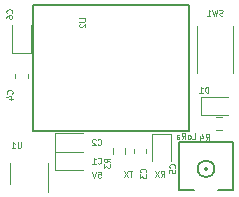
<source format=gbo>
%TF.GenerationSoftware,KiCad,Pcbnew,(5.99.0-6613-ge739d5ba65)*%
%TF.CreationDate,2020-11-02T19:14:16+01:00*%
%TF.ProjectId,min_sx1280,6d696e5f-7378-4313-9238-302e6b696361,rev?*%
%TF.SameCoordinates,PX5f31df8PY89d6220*%
%TF.FileFunction,Legend,Bot*%
%TF.FilePolarity,Positive*%
%FSLAX46Y46*%
G04 Gerber Fmt 4.6, Leading zero omitted, Abs format (unit mm)*
G04 Created by KiCad (PCBNEW (5.99.0-6613-ge739d5ba65)) date 2020-11-02 19:14:16*
%MOMM*%
%LPD*%
G01*
G04 APERTURE LIST*
%ADD10C,0.125000*%
%ADD11C,0.120000*%
%ADD12C,0.150000*%
G04 APERTURE END LIST*
D10*
X10811952Y2605810D02*
X10526238Y2605810D01*
X10669095Y2105810D02*
X10669095Y2605810D01*
X10407190Y2605810D02*
X10073857Y2105810D01*
X10073857Y2605810D02*
X10407190Y2105810D01*
X7926238Y2530810D02*
X8164333Y2530810D01*
X8188142Y2292715D01*
X8164333Y2316524D01*
X8116714Y2340334D01*
X7997666Y2340334D01*
X7950047Y2316524D01*
X7926238Y2292715D01*
X7902428Y2245096D01*
X7902428Y2126048D01*
X7926238Y2078429D01*
X7950047Y2054620D01*
X7997666Y2030810D01*
X8116714Y2030810D01*
X8164333Y2054620D01*
X8188142Y2078429D01*
X7759571Y2530810D02*
X7592904Y2030810D01*
X7426238Y2530810D01*
X13214333Y2130810D02*
X13381000Y2368905D01*
X13500047Y2130810D02*
X13500047Y2630810D01*
X13309571Y2630810D01*
X13261952Y2607000D01*
X13238142Y2583191D01*
X13214333Y2535572D01*
X13214333Y2464143D01*
X13238142Y2416524D01*
X13261952Y2392715D01*
X13309571Y2368905D01*
X13500047Y2368905D01*
X13047666Y2630810D02*
X12714333Y2130810D01*
X12714333Y2630810D02*
X13047666Y2130810D01*
%TO.C,C5*%
X14405571Y2883334D02*
X14429380Y2907143D01*
X14453190Y2978572D01*
X14453190Y3026191D01*
X14429380Y3097620D01*
X14381761Y3145239D01*
X14334142Y3169048D01*
X14238904Y3192858D01*
X14167476Y3192858D01*
X14072238Y3169048D01*
X14024619Y3145239D01*
X13977000Y3097620D01*
X13953190Y3026191D01*
X13953190Y2978572D01*
X13977000Y2907143D01*
X14000809Y2883334D01*
X13953190Y2430953D02*
X13953190Y2669048D01*
X14191285Y2692858D01*
X14167476Y2669048D01*
X14143666Y2621429D01*
X14143666Y2502381D01*
X14167476Y2454762D01*
X14191285Y2430953D01*
X14238904Y2407143D01*
X14357952Y2407143D01*
X14405571Y2430953D01*
X14429380Y2454762D01*
X14453190Y2502381D01*
X14453190Y2621429D01*
X14429380Y2669048D01*
X14405571Y2692858D01*
%TO.C,R4*%
X17014333Y5230810D02*
X17181000Y5468905D01*
X17300047Y5230810D02*
X17300047Y5730810D01*
X17109571Y5730810D01*
X17061952Y5707000D01*
X17038142Y5683191D01*
X17014333Y5635572D01*
X17014333Y5564143D01*
X17038142Y5516524D01*
X17061952Y5492715D01*
X17109571Y5468905D01*
X17300047Y5468905D01*
X16585761Y5564143D02*
X16585761Y5230810D01*
X16704809Y5754620D02*
X16823857Y5397477D01*
X16514333Y5397477D01*
%TO.C,D1*%
X17250047Y9230810D02*
X17250047Y9730810D01*
X17131000Y9730810D01*
X17059571Y9707000D01*
X17011952Y9659381D01*
X16988142Y9611762D01*
X16964333Y9516524D01*
X16964333Y9445096D01*
X16988142Y9349858D01*
X17011952Y9302239D01*
X17059571Y9254620D01*
X17131000Y9230810D01*
X17250047Y9230810D01*
X16488142Y9230810D02*
X16773857Y9230810D01*
X16631000Y9230810D02*
X16631000Y9730810D01*
X16678619Y9659381D01*
X16726238Y9611762D01*
X16773857Y9587953D01*
%TO.C,C6*%
X609571Y15965334D02*
X633380Y15989143D01*
X657190Y16060572D01*
X657190Y16108191D01*
X633380Y16179620D01*
X585761Y16227239D01*
X538142Y16251048D01*
X442904Y16274858D01*
X371476Y16274858D01*
X276238Y16251048D01*
X228619Y16227239D01*
X181000Y16179620D01*
X157190Y16108191D01*
X157190Y16060572D01*
X181000Y15989143D01*
X204809Y15965334D01*
X157190Y15536762D02*
X157190Y15632000D01*
X181000Y15679620D01*
X204809Y15703429D01*
X276238Y15751048D01*
X371476Y15774858D01*
X561952Y15774858D01*
X609571Y15751048D01*
X633380Y15727239D01*
X657190Y15679620D01*
X657190Y15584381D01*
X633380Y15536762D01*
X609571Y15512953D01*
X561952Y15489143D01*
X442904Y15489143D01*
X395285Y15512953D01*
X371476Y15536762D01*
X347666Y15584381D01*
X347666Y15679620D01*
X371476Y15727239D01*
X395285Y15751048D01*
X442904Y15774858D01*
%TO.C,SW1*%
X18472666Y15779620D02*
X18401238Y15755810D01*
X18282190Y15755810D01*
X18234571Y15779620D01*
X18210761Y15803429D01*
X18186952Y15851048D01*
X18186952Y15898667D01*
X18210761Y15946286D01*
X18234571Y15970096D01*
X18282190Y15993905D01*
X18377428Y16017715D01*
X18425047Y16041524D01*
X18448857Y16065334D01*
X18472666Y16112953D01*
X18472666Y16160572D01*
X18448857Y16208191D01*
X18425047Y16232000D01*
X18377428Y16255810D01*
X18258380Y16255810D01*
X18186952Y16232000D01*
X18020285Y16255810D02*
X17901238Y15755810D01*
X17806000Y16112953D01*
X17710761Y15755810D01*
X17591714Y16255810D01*
X17139333Y15755810D02*
X17425047Y15755810D01*
X17282190Y15755810D02*
X17282190Y16255810D01*
X17329809Y16184381D01*
X17377428Y16136762D01*
X17425047Y16112953D01*
%TO.C,C1*%
X7889333Y3278429D02*
X7913142Y3254620D01*
X7984571Y3230810D01*
X8032190Y3230810D01*
X8103619Y3254620D01*
X8151238Y3302239D01*
X8175047Y3349858D01*
X8198857Y3445096D01*
X8198857Y3516524D01*
X8175047Y3611762D01*
X8151238Y3659381D01*
X8103619Y3707000D01*
X8032190Y3730810D01*
X7984571Y3730810D01*
X7913142Y3707000D01*
X7889333Y3683191D01*
X7413142Y3230810D02*
X7698857Y3230810D01*
X7556000Y3230810D02*
X7556000Y3730810D01*
X7603619Y3659381D01*
X7651238Y3611762D01*
X7698857Y3587953D01*
%TO.C,C2*%
X7889333Y4853429D02*
X7913142Y4829620D01*
X7984571Y4805810D01*
X8032190Y4805810D01*
X8103619Y4829620D01*
X8151238Y4877239D01*
X8175047Y4924858D01*
X8198857Y5020096D01*
X8198857Y5091524D01*
X8175047Y5186762D01*
X8151238Y5234381D01*
X8103619Y5282000D01*
X8032190Y5305810D01*
X7984571Y5305810D01*
X7913142Y5282000D01*
X7889333Y5258191D01*
X7698857Y5258191D02*
X7675047Y5282000D01*
X7627428Y5305810D01*
X7508380Y5305810D01*
X7460761Y5282000D01*
X7436952Y5258191D01*
X7413142Y5210572D01*
X7413142Y5162953D01*
X7436952Y5091524D01*
X7722666Y4805810D01*
X7413142Y4805810D01*
%TO.C,R3*%
X8932190Y3365334D02*
X8694095Y3532000D01*
X8932190Y3651048D02*
X8432190Y3651048D01*
X8432190Y3460572D01*
X8456000Y3412953D01*
X8479809Y3389143D01*
X8527428Y3365334D01*
X8598857Y3365334D01*
X8646476Y3389143D01*
X8670285Y3412953D01*
X8694095Y3460572D01*
X8694095Y3651048D01*
X8432190Y3198667D02*
X8432190Y2889143D01*
X8622666Y3055810D01*
X8622666Y2984381D01*
X8646476Y2936762D01*
X8670285Y2912953D01*
X8717904Y2889143D01*
X8836952Y2889143D01*
X8884571Y2912953D01*
X8908380Y2936762D01*
X8932190Y2984381D01*
X8932190Y3127239D01*
X8908380Y3174858D01*
X8884571Y3198667D01*
%TO.C,C3*%
X11934571Y2490334D02*
X11958380Y2514143D01*
X11982190Y2585572D01*
X11982190Y2633191D01*
X11958380Y2704620D01*
X11910761Y2752239D01*
X11863142Y2776048D01*
X11767904Y2799858D01*
X11696476Y2799858D01*
X11601238Y2776048D01*
X11553619Y2752239D01*
X11506000Y2704620D01*
X11482190Y2633191D01*
X11482190Y2585572D01*
X11506000Y2514143D01*
X11529809Y2490334D01*
X11482190Y2323667D02*
X11482190Y2014143D01*
X11672666Y2180810D01*
X11672666Y2109381D01*
X11696476Y2061762D01*
X11720285Y2037953D01*
X11767904Y2014143D01*
X11886952Y2014143D01*
X11934571Y2037953D01*
X11958380Y2061762D01*
X11982190Y2109381D01*
X11982190Y2252239D01*
X11958380Y2299858D01*
X11934571Y2323667D01*
%TO.C,U1*%
X1386952Y5055810D02*
X1386952Y4651048D01*
X1363142Y4603429D01*
X1339333Y4579620D01*
X1291714Y4555810D01*
X1196476Y4555810D01*
X1148857Y4579620D01*
X1125047Y4603429D01*
X1101238Y4651048D01*
X1101238Y5055810D01*
X601238Y4555810D02*
X886952Y4555810D01*
X744095Y4555810D02*
X744095Y5055810D01*
X791714Y4984381D01*
X839333Y4936762D01*
X886952Y4912953D01*
%TO.C,C4*%
X634571Y9140334D02*
X658380Y9164143D01*
X682190Y9235572D01*
X682190Y9283191D01*
X658380Y9354620D01*
X610761Y9402239D01*
X563142Y9426048D01*
X467904Y9449858D01*
X396476Y9449858D01*
X301238Y9426048D01*
X253619Y9402239D01*
X206000Y9354620D01*
X182190Y9283191D01*
X182190Y9235572D01*
X206000Y9164143D01*
X229809Y9140334D01*
X348857Y8711762D02*
X682190Y8711762D01*
X158380Y8830810D02*
X515523Y8949858D01*
X515523Y8640334D01*
%TO.C,U2*%
X6332190Y15537953D02*
X6736952Y15537953D01*
X6784571Y15514143D01*
X6808380Y15490334D01*
X6832190Y15442715D01*
X6832190Y15347477D01*
X6808380Y15299858D01*
X6784571Y15276048D01*
X6736952Y15252239D01*
X6332190Y15252239D01*
X6379809Y15037953D02*
X6356000Y15014143D01*
X6332190Y14966524D01*
X6332190Y14847477D01*
X6356000Y14799858D01*
X6379809Y14776048D01*
X6427428Y14752239D01*
X6475047Y14752239D01*
X6546476Y14776048D01*
X6832190Y15061762D01*
X6832190Y14752239D01*
%TO.C,AE2*%
X15903619Y5305810D02*
X16141714Y5305810D01*
X16141714Y5805810D01*
X15665523Y5305810D02*
X15713142Y5329620D01*
X15736952Y5353429D01*
X15760761Y5401048D01*
X15760761Y5543905D01*
X15736952Y5591524D01*
X15713142Y5615334D01*
X15665523Y5639143D01*
X15594095Y5639143D01*
X15546476Y5615334D01*
X15522666Y5591524D01*
X15498857Y5543905D01*
X15498857Y5401048D01*
X15522666Y5353429D01*
X15546476Y5329620D01*
X15594095Y5305810D01*
X15665523Y5305810D01*
X14998857Y5305810D02*
X15165523Y5543905D01*
X15284571Y5305810D02*
X15284571Y5805810D01*
X15094095Y5805810D01*
X15046476Y5782000D01*
X15022666Y5758191D01*
X14998857Y5710572D01*
X14998857Y5639143D01*
X15022666Y5591524D01*
X15046476Y5567715D01*
X15094095Y5543905D01*
X15284571Y5543905D01*
X14570285Y5305810D02*
X14570285Y5567715D01*
X14594095Y5615334D01*
X14641714Y5639143D01*
X14736952Y5639143D01*
X14784571Y5615334D01*
X14570285Y5329620D02*
X14617904Y5305810D01*
X14736952Y5305810D01*
X14784571Y5329620D01*
X14808380Y5377239D01*
X14808380Y5424858D01*
X14784571Y5472477D01*
X14736952Y5496286D01*
X14617904Y5496286D01*
X14570285Y5520096D01*
D11*
%TO.C,C5*%
X12521000Y3457000D02*
X12521000Y5767000D01*
X12521000Y5767000D02*
X14091000Y5767000D01*
X14091000Y5767000D02*
X14091000Y3457000D01*
%TO.C,R4*%
X17918742Y6084500D02*
X18393258Y6084500D01*
X17918742Y7129500D02*
X18393258Y7129500D01*
%TO.C,D1*%
X16671000Y8842000D02*
X18956000Y8842000D01*
X16671000Y7372000D02*
X16671000Y8842000D01*
X18956000Y7372000D02*
X16671000Y7372000D01*
%TO.C,C6*%
X2216000Y12622000D02*
X646000Y12622000D01*
X646000Y12622000D02*
X646000Y14932000D01*
X2216000Y14932000D02*
X2216000Y12622000D01*
%TO.C,SW1*%
X19306000Y14857000D02*
X19306000Y10857000D01*
X16306000Y14857000D02*
X16306000Y10857000D01*
%TO.C,C1*%
X4296000Y4242000D02*
X6606000Y4242000D01*
X4296000Y2672000D02*
X4296000Y4242000D01*
X6606000Y2672000D02*
X4296000Y2672000D01*
%TO.C,C2*%
X6606000Y4247000D02*
X4296000Y4247000D01*
X4296000Y5817000D02*
X6606000Y5817000D01*
X4296000Y4247000D02*
X4296000Y5817000D01*
%TO.C,R3*%
X9183500Y4519258D02*
X9183500Y4044742D01*
X10228500Y4519258D02*
X10228500Y4044742D01*
%TO.C,C3*%
X11991000Y4422580D02*
X11991000Y4141420D01*
X10971000Y4422580D02*
X10971000Y4141420D01*
%TO.C,U1*%
X3691000Y3307000D02*
X3691000Y857000D01*
X471000Y1507000D02*
X471000Y3307000D01*
%TO.C,C4*%
X921000Y10772580D02*
X921000Y10491420D01*
X1941000Y10772580D02*
X1941000Y10491420D01*
D12*
%TO.C,U2*%
X2427000Y5973000D02*
X15635000Y5973000D01*
X15635000Y5973000D02*
X15635000Y16641000D01*
X15635000Y16641000D02*
X2427000Y16641000D01*
X2427000Y16641000D02*
X2427000Y5973000D01*
%TO.C,AE2*%
X14806000Y5032000D02*
X19306000Y5032000D01*
X14806000Y1032000D02*
X14806000Y5032000D01*
X16056000Y1032000D02*
X14806000Y1032000D01*
X19306000Y1032000D02*
X18056000Y1032000D01*
X19306000Y5032000D02*
X19306000Y1032000D01*
X17763107Y2782000D02*
G75*
G03*
X17763107Y2782000I-707107J0D01*
G01*
X17181000Y2782000D02*
G75*
G03*
X17181000Y2782000I-125000J0D01*
G01*
%TD*%
M02*

</source>
